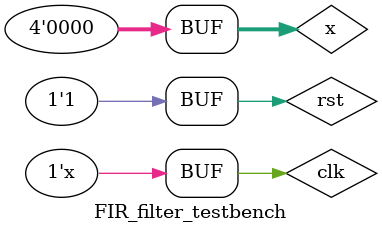
<source format=v>
`timescale 1ns / 1ps 
module FIR_filter_testbench; 
reg [3:0] x; 

reg clk,rst; 
wire [9:0] y; 
fir_19BEE0032 uut (x,clk,rst,y); 

initial begin 
rst = 1'b0; 
clk = 1'b1; 
#5; 
rst = 1'b1; 
x = 4'b0001;  
#10; 
x = 4'b0010; 
#10; 
x = 4'b0011;  
#10; 
x = 4'b0100; 
#10; 
x = 4'b0000; 
#10;
end 
always #5 clk = ~clk; 
endmodule 
</source>
